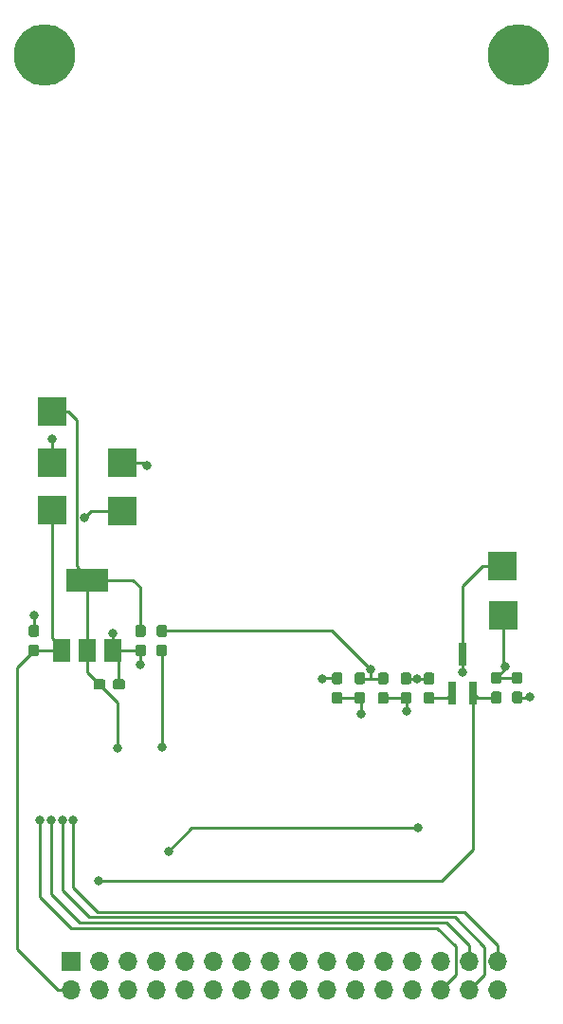
<source format=gbr>
G04 #@! TF.GenerationSoftware,KiCad,Pcbnew,(5.1.4)-1*
G04 #@! TF.CreationDate,2019-11-26T18:47:21+08:00*
G04 #@! TF.ProjectId,TFT8K3548FPC-A1-E-DIP,54465438-4b33-4353-9438-4650432d4131,rev?*
G04 #@! TF.SameCoordinates,Original*
G04 #@! TF.FileFunction,Copper,L2,Bot*
G04 #@! TF.FilePolarity,Positive*
%FSLAX46Y46*%
G04 Gerber Fmt 4.6, Leading zero omitted, Abs format (unit mm)*
G04 Created by KiCad (PCBNEW (5.1.4)-1) date 2019-11-26 18:47:21*
%MOMM*%
%LPD*%
G04 APERTURE LIST*
%ADD10C,5.500000*%
%ADD11O,1.700000X1.700000*%
%ADD12R,1.700000X1.700000*%
%ADD13C,0.100000*%
%ADD14C,0.950000*%
%ADD15R,0.650000X2.000000*%
%ADD16R,2.500000X2.500000*%
%ADD17R,3.800000X2.000000*%
%ADD18R,1.500000X2.000000*%
%ADD19C,0.800000*%
%ADD20C,0.250000*%
G04 APERTURE END LIST*
D10*
X103600000Y-33600000D03*
X146000000Y-33600000D03*
D11*
X144100000Y-117140000D03*
X144100000Y-114600000D03*
X141560000Y-117140000D03*
X141560000Y-114600000D03*
X139020000Y-117140000D03*
X139020000Y-114600000D03*
X136480000Y-117140000D03*
X136480000Y-114600000D03*
X133940000Y-117140000D03*
X133940000Y-114600000D03*
X131400000Y-117140000D03*
X131400000Y-114600000D03*
X128860000Y-117140000D03*
X128860000Y-114600000D03*
X126320000Y-117140000D03*
X126320000Y-114600000D03*
X123780000Y-117140000D03*
X123780000Y-114600000D03*
X121240000Y-117140000D03*
X121240000Y-114600000D03*
X118700000Y-117140000D03*
X118700000Y-114600000D03*
X116160000Y-117140000D03*
X116160000Y-114600000D03*
X113620000Y-117140000D03*
X113620000Y-114600000D03*
X111080000Y-117140000D03*
X111080000Y-114600000D03*
X108540000Y-117140000D03*
X108540000Y-114600000D03*
X106000000Y-117140000D03*
D12*
X106000000Y-114600000D03*
D13*
G36*
X110585779Y-89366144D02*
G01*
X110608834Y-89369563D01*
X110631443Y-89375227D01*
X110653387Y-89383079D01*
X110674457Y-89393044D01*
X110694448Y-89405026D01*
X110713168Y-89418910D01*
X110730438Y-89434562D01*
X110746090Y-89451832D01*
X110759974Y-89470552D01*
X110771956Y-89490543D01*
X110781921Y-89511613D01*
X110789773Y-89533557D01*
X110795437Y-89556166D01*
X110798856Y-89579221D01*
X110800000Y-89602500D01*
X110800000Y-90077500D01*
X110798856Y-90100779D01*
X110795437Y-90123834D01*
X110789773Y-90146443D01*
X110781921Y-90168387D01*
X110771956Y-90189457D01*
X110759974Y-90209448D01*
X110746090Y-90228168D01*
X110730438Y-90245438D01*
X110713168Y-90261090D01*
X110694448Y-90274974D01*
X110674457Y-90286956D01*
X110653387Y-90296921D01*
X110631443Y-90304773D01*
X110608834Y-90310437D01*
X110585779Y-90313856D01*
X110562500Y-90315000D01*
X109987500Y-90315000D01*
X109964221Y-90313856D01*
X109941166Y-90310437D01*
X109918557Y-90304773D01*
X109896613Y-90296921D01*
X109875543Y-90286956D01*
X109855552Y-90274974D01*
X109836832Y-90261090D01*
X109819562Y-90245438D01*
X109803910Y-90228168D01*
X109790026Y-90209448D01*
X109778044Y-90189457D01*
X109768079Y-90168387D01*
X109760227Y-90146443D01*
X109754563Y-90123834D01*
X109751144Y-90100779D01*
X109750000Y-90077500D01*
X109750000Y-89602500D01*
X109751144Y-89579221D01*
X109754563Y-89556166D01*
X109760227Y-89533557D01*
X109768079Y-89511613D01*
X109778044Y-89490543D01*
X109790026Y-89470552D01*
X109803910Y-89451832D01*
X109819562Y-89434562D01*
X109836832Y-89418910D01*
X109855552Y-89405026D01*
X109875543Y-89393044D01*
X109896613Y-89383079D01*
X109918557Y-89375227D01*
X109941166Y-89369563D01*
X109964221Y-89366144D01*
X109987500Y-89365000D01*
X110562500Y-89365000D01*
X110585779Y-89366144D01*
X110585779Y-89366144D01*
G37*
D14*
X110275000Y-89840000D03*
D13*
G36*
X108835779Y-89366144D02*
G01*
X108858834Y-89369563D01*
X108881443Y-89375227D01*
X108903387Y-89383079D01*
X108924457Y-89393044D01*
X108944448Y-89405026D01*
X108963168Y-89418910D01*
X108980438Y-89434562D01*
X108996090Y-89451832D01*
X109009974Y-89470552D01*
X109021956Y-89490543D01*
X109031921Y-89511613D01*
X109039773Y-89533557D01*
X109045437Y-89556166D01*
X109048856Y-89579221D01*
X109050000Y-89602500D01*
X109050000Y-90077500D01*
X109048856Y-90100779D01*
X109045437Y-90123834D01*
X109039773Y-90146443D01*
X109031921Y-90168387D01*
X109021956Y-90189457D01*
X109009974Y-90209448D01*
X108996090Y-90228168D01*
X108980438Y-90245438D01*
X108963168Y-90261090D01*
X108944448Y-90274974D01*
X108924457Y-90286956D01*
X108903387Y-90296921D01*
X108881443Y-90304773D01*
X108858834Y-90310437D01*
X108835779Y-90313856D01*
X108812500Y-90315000D01*
X108237500Y-90315000D01*
X108214221Y-90313856D01*
X108191166Y-90310437D01*
X108168557Y-90304773D01*
X108146613Y-90296921D01*
X108125543Y-90286956D01*
X108105552Y-90274974D01*
X108086832Y-90261090D01*
X108069562Y-90245438D01*
X108053910Y-90228168D01*
X108040026Y-90209448D01*
X108028044Y-90189457D01*
X108018079Y-90168387D01*
X108010227Y-90146443D01*
X108004563Y-90123834D01*
X108001144Y-90100779D01*
X108000000Y-90077500D01*
X108000000Y-89602500D01*
X108001144Y-89579221D01*
X108004563Y-89556166D01*
X108010227Y-89533557D01*
X108018079Y-89511613D01*
X108028044Y-89490543D01*
X108040026Y-89470552D01*
X108053910Y-89451832D01*
X108069562Y-89434562D01*
X108086832Y-89418910D01*
X108105552Y-89405026D01*
X108125543Y-89393044D01*
X108146613Y-89383079D01*
X108168557Y-89375227D01*
X108191166Y-89369563D01*
X108214221Y-89366144D01*
X108237500Y-89365000D01*
X108812500Y-89365000D01*
X108835779Y-89366144D01*
X108835779Y-89366144D01*
G37*
D14*
X108525000Y-89840000D03*
D13*
G36*
X102930779Y-86291144D02*
G01*
X102953834Y-86294563D01*
X102976443Y-86300227D01*
X102998387Y-86308079D01*
X103019457Y-86318044D01*
X103039448Y-86330026D01*
X103058168Y-86343910D01*
X103075438Y-86359562D01*
X103091090Y-86376832D01*
X103104974Y-86395552D01*
X103116956Y-86415543D01*
X103126921Y-86436613D01*
X103134773Y-86458557D01*
X103140437Y-86481166D01*
X103143856Y-86504221D01*
X103145000Y-86527500D01*
X103145000Y-87102500D01*
X103143856Y-87125779D01*
X103140437Y-87148834D01*
X103134773Y-87171443D01*
X103126921Y-87193387D01*
X103116956Y-87214457D01*
X103104974Y-87234448D01*
X103091090Y-87253168D01*
X103075438Y-87270438D01*
X103058168Y-87286090D01*
X103039448Y-87299974D01*
X103019457Y-87311956D01*
X102998387Y-87321921D01*
X102976443Y-87329773D01*
X102953834Y-87335437D01*
X102930779Y-87338856D01*
X102907500Y-87340000D01*
X102432500Y-87340000D01*
X102409221Y-87338856D01*
X102386166Y-87335437D01*
X102363557Y-87329773D01*
X102341613Y-87321921D01*
X102320543Y-87311956D01*
X102300552Y-87299974D01*
X102281832Y-87286090D01*
X102264562Y-87270438D01*
X102248910Y-87253168D01*
X102235026Y-87234448D01*
X102223044Y-87214457D01*
X102213079Y-87193387D01*
X102205227Y-87171443D01*
X102199563Y-87148834D01*
X102196144Y-87125779D01*
X102195000Y-87102500D01*
X102195000Y-86527500D01*
X102196144Y-86504221D01*
X102199563Y-86481166D01*
X102205227Y-86458557D01*
X102213079Y-86436613D01*
X102223044Y-86415543D01*
X102235026Y-86395552D01*
X102248910Y-86376832D01*
X102264562Y-86359562D01*
X102281832Y-86343910D01*
X102300552Y-86330026D01*
X102320543Y-86318044D01*
X102341613Y-86308079D01*
X102363557Y-86300227D01*
X102386166Y-86294563D01*
X102409221Y-86291144D01*
X102432500Y-86290000D01*
X102907500Y-86290000D01*
X102930779Y-86291144D01*
X102930779Y-86291144D01*
G37*
D14*
X102670000Y-86815000D03*
D13*
G36*
X102930779Y-84541144D02*
G01*
X102953834Y-84544563D01*
X102976443Y-84550227D01*
X102998387Y-84558079D01*
X103019457Y-84568044D01*
X103039448Y-84580026D01*
X103058168Y-84593910D01*
X103075438Y-84609562D01*
X103091090Y-84626832D01*
X103104974Y-84645552D01*
X103116956Y-84665543D01*
X103126921Y-84686613D01*
X103134773Y-84708557D01*
X103140437Y-84731166D01*
X103143856Y-84754221D01*
X103145000Y-84777500D01*
X103145000Y-85352500D01*
X103143856Y-85375779D01*
X103140437Y-85398834D01*
X103134773Y-85421443D01*
X103126921Y-85443387D01*
X103116956Y-85464457D01*
X103104974Y-85484448D01*
X103091090Y-85503168D01*
X103075438Y-85520438D01*
X103058168Y-85536090D01*
X103039448Y-85549974D01*
X103019457Y-85561956D01*
X102998387Y-85571921D01*
X102976443Y-85579773D01*
X102953834Y-85585437D01*
X102930779Y-85588856D01*
X102907500Y-85590000D01*
X102432500Y-85590000D01*
X102409221Y-85588856D01*
X102386166Y-85585437D01*
X102363557Y-85579773D01*
X102341613Y-85571921D01*
X102320543Y-85561956D01*
X102300552Y-85549974D01*
X102281832Y-85536090D01*
X102264562Y-85520438D01*
X102248910Y-85503168D01*
X102235026Y-85484448D01*
X102223044Y-85464457D01*
X102213079Y-85443387D01*
X102205227Y-85421443D01*
X102199563Y-85398834D01*
X102196144Y-85375779D01*
X102195000Y-85352500D01*
X102195000Y-84777500D01*
X102196144Y-84754221D01*
X102199563Y-84731166D01*
X102205227Y-84708557D01*
X102213079Y-84686613D01*
X102223044Y-84665543D01*
X102235026Y-84645552D01*
X102248910Y-84626832D01*
X102264562Y-84609562D01*
X102281832Y-84593910D01*
X102300552Y-84580026D01*
X102320543Y-84568044D01*
X102341613Y-84558079D01*
X102363557Y-84550227D01*
X102386166Y-84544563D01*
X102409221Y-84541144D01*
X102432500Y-84540000D01*
X102907500Y-84540000D01*
X102930779Y-84541144D01*
X102930779Y-84541144D01*
G37*
D14*
X102670000Y-85065000D03*
D13*
G36*
X146110779Y-90481144D02*
G01*
X146133834Y-90484563D01*
X146156443Y-90490227D01*
X146178387Y-90498079D01*
X146199457Y-90508044D01*
X146219448Y-90520026D01*
X146238168Y-90533910D01*
X146255438Y-90549562D01*
X146271090Y-90566832D01*
X146284974Y-90585552D01*
X146296956Y-90605543D01*
X146306921Y-90626613D01*
X146314773Y-90648557D01*
X146320437Y-90671166D01*
X146323856Y-90694221D01*
X146325000Y-90717500D01*
X146325000Y-91292500D01*
X146323856Y-91315779D01*
X146320437Y-91338834D01*
X146314773Y-91361443D01*
X146306921Y-91383387D01*
X146296956Y-91404457D01*
X146284974Y-91424448D01*
X146271090Y-91443168D01*
X146255438Y-91460438D01*
X146238168Y-91476090D01*
X146219448Y-91489974D01*
X146199457Y-91501956D01*
X146178387Y-91511921D01*
X146156443Y-91519773D01*
X146133834Y-91525437D01*
X146110779Y-91528856D01*
X146087500Y-91530000D01*
X145612500Y-91530000D01*
X145589221Y-91528856D01*
X145566166Y-91525437D01*
X145543557Y-91519773D01*
X145521613Y-91511921D01*
X145500543Y-91501956D01*
X145480552Y-91489974D01*
X145461832Y-91476090D01*
X145444562Y-91460438D01*
X145428910Y-91443168D01*
X145415026Y-91424448D01*
X145403044Y-91404457D01*
X145393079Y-91383387D01*
X145385227Y-91361443D01*
X145379563Y-91338834D01*
X145376144Y-91315779D01*
X145375000Y-91292500D01*
X145375000Y-90717500D01*
X145376144Y-90694221D01*
X145379563Y-90671166D01*
X145385227Y-90648557D01*
X145393079Y-90626613D01*
X145403044Y-90605543D01*
X145415026Y-90585552D01*
X145428910Y-90566832D01*
X145444562Y-90549562D01*
X145461832Y-90533910D01*
X145480552Y-90520026D01*
X145500543Y-90508044D01*
X145521613Y-90498079D01*
X145543557Y-90490227D01*
X145566166Y-90484563D01*
X145589221Y-90481144D01*
X145612500Y-90480000D01*
X146087500Y-90480000D01*
X146110779Y-90481144D01*
X146110779Y-90481144D01*
G37*
D14*
X145850000Y-91005000D03*
D13*
G36*
X146110779Y-88731144D02*
G01*
X146133834Y-88734563D01*
X146156443Y-88740227D01*
X146178387Y-88748079D01*
X146199457Y-88758044D01*
X146219448Y-88770026D01*
X146238168Y-88783910D01*
X146255438Y-88799562D01*
X146271090Y-88816832D01*
X146284974Y-88835552D01*
X146296956Y-88855543D01*
X146306921Y-88876613D01*
X146314773Y-88898557D01*
X146320437Y-88921166D01*
X146323856Y-88944221D01*
X146325000Y-88967500D01*
X146325000Y-89542500D01*
X146323856Y-89565779D01*
X146320437Y-89588834D01*
X146314773Y-89611443D01*
X146306921Y-89633387D01*
X146296956Y-89654457D01*
X146284974Y-89674448D01*
X146271090Y-89693168D01*
X146255438Y-89710438D01*
X146238168Y-89726090D01*
X146219448Y-89739974D01*
X146199457Y-89751956D01*
X146178387Y-89761921D01*
X146156443Y-89769773D01*
X146133834Y-89775437D01*
X146110779Y-89778856D01*
X146087500Y-89780000D01*
X145612500Y-89780000D01*
X145589221Y-89778856D01*
X145566166Y-89775437D01*
X145543557Y-89769773D01*
X145521613Y-89761921D01*
X145500543Y-89751956D01*
X145480552Y-89739974D01*
X145461832Y-89726090D01*
X145444562Y-89710438D01*
X145428910Y-89693168D01*
X145415026Y-89674448D01*
X145403044Y-89654457D01*
X145393079Y-89633387D01*
X145385227Y-89611443D01*
X145379563Y-89588834D01*
X145376144Y-89565779D01*
X145375000Y-89542500D01*
X145375000Y-88967500D01*
X145376144Y-88944221D01*
X145379563Y-88921166D01*
X145385227Y-88898557D01*
X145393079Y-88876613D01*
X145403044Y-88855543D01*
X145415026Y-88835552D01*
X145428910Y-88816832D01*
X145444562Y-88799562D01*
X145461832Y-88783910D01*
X145480552Y-88770026D01*
X145500543Y-88758044D01*
X145521613Y-88748079D01*
X145543557Y-88740227D01*
X145566166Y-88734563D01*
X145589221Y-88731144D01*
X145612500Y-88730000D01*
X146087500Y-88730000D01*
X146110779Y-88731144D01*
X146110779Y-88731144D01*
G37*
D14*
X145850000Y-89255000D03*
D13*
G36*
X112470779Y-84546144D02*
G01*
X112493834Y-84549563D01*
X112516443Y-84555227D01*
X112538387Y-84563079D01*
X112559457Y-84573044D01*
X112579448Y-84585026D01*
X112598168Y-84598910D01*
X112615438Y-84614562D01*
X112631090Y-84631832D01*
X112644974Y-84650552D01*
X112656956Y-84670543D01*
X112666921Y-84691613D01*
X112674773Y-84713557D01*
X112680437Y-84736166D01*
X112683856Y-84759221D01*
X112685000Y-84782500D01*
X112685000Y-85357500D01*
X112683856Y-85380779D01*
X112680437Y-85403834D01*
X112674773Y-85426443D01*
X112666921Y-85448387D01*
X112656956Y-85469457D01*
X112644974Y-85489448D01*
X112631090Y-85508168D01*
X112615438Y-85525438D01*
X112598168Y-85541090D01*
X112579448Y-85554974D01*
X112559457Y-85566956D01*
X112538387Y-85576921D01*
X112516443Y-85584773D01*
X112493834Y-85590437D01*
X112470779Y-85593856D01*
X112447500Y-85595000D01*
X111972500Y-85595000D01*
X111949221Y-85593856D01*
X111926166Y-85590437D01*
X111903557Y-85584773D01*
X111881613Y-85576921D01*
X111860543Y-85566956D01*
X111840552Y-85554974D01*
X111821832Y-85541090D01*
X111804562Y-85525438D01*
X111788910Y-85508168D01*
X111775026Y-85489448D01*
X111763044Y-85469457D01*
X111753079Y-85448387D01*
X111745227Y-85426443D01*
X111739563Y-85403834D01*
X111736144Y-85380779D01*
X111735000Y-85357500D01*
X111735000Y-84782500D01*
X111736144Y-84759221D01*
X111739563Y-84736166D01*
X111745227Y-84713557D01*
X111753079Y-84691613D01*
X111763044Y-84670543D01*
X111775026Y-84650552D01*
X111788910Y-84631832D01*
X111804562Y-84614562D01*
X111821832Y-84598910D01*
X111840552Y-84585026D01*
X111860543Y-84573044D01*
X111881613Y-84563079D01*
X111903557Y-84555227D01*
X111926166Y-84549563D01*
X111949221Y-84546144D01*
X111972500Y-84545000D01*
X112447500Y-84545000D01*
X112470779Y-84546144D01*
X112470779Y-84546144D01*
G37*
D14*
X112210000Y-85070000D03*
D13*
G36*
X112470779Y-86296144D02*
G01*
X112493834Y-86299563D01*
X112516443Y-86305227D01*
X112538387Y-86313079D01*
X112559457Y-86323044D01*
X112579448Y-86335026D01*
X112598168Y-86348910D01*
X112615438Y-86364562D01*
X112631090Y-86381832D01*
X112644974Y-86400552D01*
X112656956Y-86420543D01*
X112666921Y-86441613D01*
X112674773Y-86463557D01*
X112680437Y-86486166D01*
X112683856Y-86509221D01*
X112685000Y-86532500D01*
X112685000Y-87107500D01*
X112683856Y-87130779D01*
X112680437Y-87153834D01*
X112674773Y-87176443D01*
X112666921Y-87198387D01*
X112656956Y-87219457D01*
X112644974Y-87239448D01*
X112631090Y-87258168D01*
X112615438Y-87275438D01*
X112598168Y-87291090D01*
X112579448Y-87304974D01*
X112559457Y-87316956D01*
X112538387Y-87326921D01*
X112516443Y-87334773D01*
X112493834Y-87340437D01*
X112470779Y-87343856D01*
X112447500Y-87345000D01*
X111972500Y-87345000D01*
X111949221Y-87343856D01*
X111926166Y-87340437D01*
X111903557Y-87334773D01*
X111881613Y-87326921D01*
X111860543Y-87316956D01*
X111840552Y-87304974D01*
X111821832Y-87291090D01*
X111804562Y-87275438D01*
X111788910Y-87258168D01*
X111775026Y-87239448D01*
X111763044Y-87219457D01*
X111753079Y-87198387D01*
X111745227Y-87176443D01*
X111739563Y-87153834D01*
X111736144Y-87130779D01*
X111735000Y-87107500D01*
X111735000Y-86532500D01*
X111736144Y-86509221D01*
X111739563Y-86486166D01*
X111745227Y-86463557D01*
X111753079Y-86441613D01*
X111763044Y-86420543D01*
X111775026Y-86400552D01*
X111788910Y-86381832D01*
X111804562Y-86364562D01*
X111821832Y-86348910D01*
X111840552Y-86335026D01*
X111860543Y-86323044D01*
X111881613Y-86313079D01*
X111903557Y-86305227D01*
X111926166Y-86299563D01*
X111949221Y-86296144D01*
X111972500Y-86295000D01*
X112447500Y-86295000D01*
X112470779Y-86296144D01*
X112470779Y-86296144D01*
G37*
D14*
X112210000Y-86820000D03*
D13*
G36*
X130030779Y-90526144D02*
G01*
X130053834Y-90529563D01*
X130076443Y-90535227D01*
X130098387Y-90543079D01*
X130119457Y-90553044D01*
X130139448Y-90565026D01*
X130158168Y-90578910D01*
X130175438Y-90594562D01*
X130191090Y-90611832D01*
X130204974Y-90630552D01*
X130216956Y-90650543D01*
X130226921Y-90671613D01*
X130234773Y-90693557D01*
X130240437Y-90716166D01*
X130243856Y-90739221D01*
X130245000Y-90762500D01*
X130245000Y-91337500D01*
X130243856Y-91360779D01*
X130240437Y-91383834D01*
X130234773Y-91406443D01*
X130226921Y-91428387D01*
X130216956Y-91449457D01*
X130204974Y-91469448D01*
X130191090Y-91488168D01*
X130175438Y-91505438D01*
X130158168Y-91521090D01*
X130139448Y-91534974D01*
X130119457Y-91546956D01*
X130098387Y-91556921D01*
X130076443Y-91564773D01*
X130053834Y-91570437D01*
X130030779Y-91573856D01*
X130007500Y-91575000D01*
X129532500Y-91575000D01*
X129509221Y-91573856D01*
X129486166Y-91570437D01*
X129463557Y-91564773D01*
X129441613Y-91556921D01*
X129420543Y-91546956D01*
X129400552Y-91534974D01*
X129381832Y-91521090D01*
X129364562Y-91505438D01*
X129348910Y-91488168D01*
X129335026Y-91469448D01*
X129323044Y-91449457D01*
X129313079Y-91428387D01*
X129305227Y-91406443D01*
X129299563Y-91383834D01*
X129296144Y-91360779D01*
X129295000Y-91337500D01*
X129295000Y-90762500D01*
X129296144Y-90739221D01*
X129299563Y-90716166D01*
X129305227Y-90693557D01*
X129313079Y-90671613D01*
X129323044Y-90650543D01*
X129335026Y-90630552D01*
X129348910Y-90611832D01*
X129364562Y-90594562D01*
X129381832Y-90578910D01*
X129400552Y-90565026D01*
X129420543Y-90553044D01*
X129441613Y-90543079D01*
X129463557Y-90535227D01*
X129486166Y-90529563D01*
X129509221Y-90526144D01*
X129532500Y-90525000D01*
X130007500Y-90525000D01*
X130030779Y-90526144D01*
X130030779Y-90526144D01*
G37*
D14*
X129770000Y-91050000D03*
D13*
G36*
X130030779Y-88776144D02*
G01*
X130053834Y-88779563D01*
X130076443Y-88785227D01*
X130098387Y-88793079D01*
X130119457Y-88803044D01*
X130139448Y-88815026D01*
X130158168Y-88828910D01*
X130175438Y-88844562D01*
X130191090Y-88861832D01*
X130204974Y-88880552D01*
X130216956Y-88900543D01*
X130226921Y-88921613D01*
X130234773Y-88943557D01*
X130240437Y-88966166D01*
X130243856Y-88989221D01*
X130245000Y-89012500D01*
X130245000Y-89587500D01*
X130243856Y-89610779D01*
X130240437Y-89633834D01*
X130234773Y-89656443D01*
X130226921Y-89678387D01*
X130216956Y-89699457D01*
X130204974Y-89719448D01*
X130191090Y-89738168D01*
X130175438Y-89755438D01*
X130158168Y-89771090D01*
X130139448Y-89784974D01*
X130119457Y-89796956D01*
X130098387Y-89806921D01*
X130076443Y-89814773D01*
X130053834Y-89820437D01*
X130030779Y-89823856D01*
X130007500Y-89825000D01*
X129532500Y-89825000D01*
X129509221Y-89823856D01*
X129486166Y-89820437D01*
X129463557Y-89814773D01*
X129441613Y-89806921D01*
X129420543Y-89796956D01*
X129400552Y-89784974D01*
X129381832Y-89771090D01*
X129364562Y-89755438D01*
X129348910Y-89738168D01*
X129335026Y-89719448D01*
X129323044Y-89699457D01*
X129313079Y-89678387D01*
X129305227Y-89656443D01*
X129299563Y-89633834D01*
X129296144Y-89610779D01*
X129295000Y-89587500D01*
X129295000Y-89012500D01*
X129296144Y-88989221D01*
X129299563Y-88966166D01*
X129305227Y-88943557D01*
X129313079Y-88921613D01*
X129323044Y-88900543D01*
X129335026Y-88880552D01*
X129348910Y-88861832D01*
X129364562Y-88844562D01*
X129381832Y-88828910D01*
X129400552Y-88815026D01*
X129420543Y-88803044D01*
X129441613Y-88793079D01*
X129463557Y-88785227D01*
X129486166Y-88779563D01*
X129509221Y-88776144D01*
X129532500Y-88775000D01*
X130007500Y-88775000D01*
X130030779Y-88776144D01*
X130030779Y-88776144D01*
G37*
D14*
X129770000Y-89300000D03*
D15*
X141900000Y-90580000D03*
X140000000Y-90580000D03*
X140950000Y-87160000D03*
D13*
G36*
X134130779Y-88786144D02*
G01*
X134153834Y-88789563D01*
X134176443Y-88795227D01*
X134198387Y-88803079D01*
X134219457Y-88813044D01*
X134239448Y-88825026D01*
X134258168Y-88838910D01*
X134275438Y-88854562D01*
X134291090Y-88871832D01*
X134304974Y-88890552D01*
X134316956Y-88910543D01*
X134326921Y-88931613D01*
X134334773Y-88953557D01*
X134340437Y-88976166D01*
X134343856Y-88999221D01*
X134345000Y-89022500D01*
X134345000Y-89597500D01*
X134343856Y-89620779D01*
X134340437Y-89643834D01*
X134334773Y-89666443D01*
X134326921Y-89688387D01*
X134316956Y-89709457D01*
X134304974Y-89729448D01*
X134291090Y-89748168D01*
X134275438Y-89765438D01*
X134258168Y-89781090D01*
X134239448Y-89794974D01*
X134219457Y-89806956D01*
X134198387Y-89816921D01*
X134176443Y-89824773D01*
X134153834Y-89830437D01*
X134130779Y-89833856D01*
X134107500Y-89835000D01*
X133632500Y-89835000D01*
X133609221Y-89833856D01*
X133586166Y-89830437D01*
X133563557Y-89824773D01*
X133541613Y-89816921D01*
X133520543Y-89806956D01*
X133500552Y-89794974D01*
X133481832Y-89781090D01*
X133464562Y-89765438D01*
X133448910Y-89748168D01*
X133435026Y-89729448D01*
X133423044Y-89709457D01*
X133413079Y-89688387D01*
X133405227Y-89666443D01*
X133399563Y-89643834D01*
X133396144Y-89620779D01*
X133395000Y-89597500D01*
X133395000Y-89022500D01*
X133396144Y-88999221D01*
X133399563Y-88976166D01*
X133405227Y-88953557D01*
X133413079Y-88931613D01*
X133423044Y-88910543D01*
X133435026Y-88890552D01*
X133448910Y-88871832D01*
X133464562Y-88854562D01*
X133481832Y-88838910D01*
X133500552Y-88825026D01*
X133520543Y-88813044D01*
X133541613Y-88803079D01*
X133563557Y-88795227D01*
X133586166Y-88789563D01*
X133609221Y-88786144D01*
X133632500Y-88785000D01*
X134107500Y-88785000D01*
X134130779Y-88786144D01*
X134130779Y-88786144D01*
G37*
D14*
X133870000Y-89310000D03*
D13*
G36*
X134130779Y-90536144D02*
G01*
X134153834Y-90539563D01*
X134176443Y-90545227D01*
X134198387Y-90553079D01*
X134219457Y-90563044D01*
X134239448Y-90575026D01*
X134258168Y-90588910D01*
X134275438Y-90604562D01*
X134291090Y-90621832D01*
X134304974Y-90640552D01*
X134316956Y-90660543D01*
X134326921Y-90681613D01*
X134334773Y-90703557D01*
X134340437Y-90726166D01*
X134343856Y-90749221D01*
X134345000Y-90772500D01*
X134345000Y-91347500D01*
X134343856Y-91370779D01*
X134340437Y-91393834D01*
X134334773Y-91416443D01*
X134326921Y-91438387D01*
X134316956Y-91459457D01*
X134304974Y-91479448D01*
X134291090Y-91498168D01*
X134275438Y-91515438D01*
X134258168Y-91531090D01*
X134239448Y-91544974D01*
X134219457Y-91556956D01*
X134198387Y-91566921D01*
X134176443Y-91574773D01*
X134153834Y-91580437D01*
X134130779Y-91583856D01*
X134107500Y-91585000D01*
X133632500Y-91585000D01*
X133609221Y-91583856D01*
X133586166Y-91580437D01*
X133563557Y-91574773D01*
X133541613Y-91566921D01*
X133520543Y-91556956D01*
X133500552Y-91544974D01*
X133481832Y-91531090D01*
X133464562Y-91515438D01*
X133448910Y-91498168D01*
X133435026Y-91479448D01*
X133423044Y-91459457D01*
X133413079Y-91438387D01*
X133405227Y-91416443D01*
X133399563Y-91393834D01*
X133396144Y-91370779D01*
X133395000Y-91347500D01*
X133395000Y-90772500D01*
X133396144Y-90749221D01*
X133399563Y-90726166D01*
X133405227Y-90703557D01*
X133413079Y-90681613D01*
X133423044Y-90660543D01*
X133435026Y-90640552D01*
X133448910Y-90621832D01*
X133464562Y-90604562D01*
X133481832Y-90588910D01*
X133500552Y-90575026D01*
X133520543Y-90563044D01*
X133541613Y-90553079D01*
X133563557Y-90545227D01*
X133586166Y-90539563D01*
X133609221Y-90536144D01*
X133632500Y-90535000D01*
X134107500Y-90535000D01*
X134130779Y-90536144D01*
X134130779Y-90536144D01*
G37*
D14*
X133870000Y-91060000D03*
D13*
G36*
X136180779Y-90536144D02*
G01*
X136203834Y-90539563D01*
X136226443Y-90545227D01*
X136248387Y-90553079D01*
X136269457Y-90563044D01*
X136289448Y-90575026D01*
X136308168Y-90588910D01*
X136325438Y-90604562D01*
X136341090Y-90621832D01*
X136354974Y-90640552D01*
X136366956Y-90660543D01*
X136376921Y-90681613D01*
X136384773Y-90703557D01*
X136390437Y-90726166D01*
X136393856Y-90749221D01*
X136395000Y-90772500D01*
X136395000Y-91347500D01*
X136393856Y-91370779D01*
X136390437Y-91393834D01*
X136384773Y-91416443D01*
X136376921Y-91438387D01*
X136366956Y-91459457D01*
X136354974Y-91479448D01*
X136341090Y-91498168D01*
X136325438Y-91515438D01*
X136308168Y-91531090D01*
X136289448Y-91544974D01*
X136269457Y-91556956D01*
X136248387Y-91566921D01*
X136226443Y-91574773D01*
X136203834Y-91580437D01*
X136180779Y-91583856D01*
X136157500Y-91585000D01*
X135682500Y-91585000D01*
X135659221Y-91583856D01*
X135636166Y-91580437D01*
X135613557Y-91574773D01*
X135591613Y-91566921D01*
X135570543Y-91556956D01*
X135550552Y-91544974D01*
X135531832Y-91531090D01*
X135514562Y-91515438D01*
X135498910Y-91498168D01*
X135485026Y-91479448D01*
X135473044Y-91459457D01*
X135463079Y-91438387D01*
X135455227Y-91416443D01*
X135449563Y-91393834D01*
X135446144Y-91370779D01*
X135445000Y-91347500D01*
X135445000Y-90772500D01*
X135446144Y-90749221D01*
X135449563Y-90726166D01*
X135455227Y-90703557D01*
X135463079Y-90681613D01*
X135473044Y-90660543D01*
X135485026Y-90640552D01*
X135498910Y-90621832D01*
X135514562Y-90604562D01*
X135531832Y-90588910D01*
X135550552Y-90575026D01*
X135570543Y-90563044D01*
X135591613Y-90553079D01*
X135613557Y-90545227D01*
X135636166Y-90539563D01*
X135659221Y-90536144D01*
X135682500Y-90535000D01*
X136157500Y-90535000D01*
X136180779Y-90536144D01*
X136180779Y-90536144D01*
G37*
D14*
X135920000Y-91060000D03*
D13*
G36*
X136180779Y-88786144D02*
G01*
X136203834Y-88789563D01*
X136226443Y-88795227D01*
X136248387Y-88803079D01*
X136269457Y-88813044D01*
X136289448Y-88825026D01*
X136308168Y-88838910D01*
X136325438Y-88854562D01*
X136341090Y-88871832D01*
X136354974Y-88890552D01*
X136366956Y-88910543D01*
X136376921Y-88931613D01*
X136384773Y-88953557D01*
X136390437Y-88976166D01*
X136393856Y-88999221D01*
X136395000Y-89022500D01*
X136395000Y-89597500D01*
X136393856Y-89620779D01*
X136390437Y-89643834D01*
X136384773Y-89666443D01*
X136376921Y-89688387D01*
X136366956Y-89709457D01*
X136354974Y-89729448D01*
X136341090Y-89748168D01*
X136325438Y-89765438D01*
X136308168Y-89781090D01*
X136289448Y-89794974D01*
X136269457Y-89806956D01*
X136248387Y-89816921D01*
X136226443Y-89824773D01*
X136203834Y-89830437D01*
X136180779Y-89833856D01*
X136157500Y-89835000D01*
X135682500Y-89835000D01*
X135659221Y-89833856D01*
X135636166Y-89830437D01*
X135613557Y-89824773D01*
X135591613Y-89816921D01*
X135570543Y-89806956D01*
X135550552Y-89794974D01*
X135531832Y-89781090D01*
X135514562Y-89765438D01*
X135498910Y-89748168D01*
X135485026Y-89729448D01*
X135473044Y-89709457D01*
X135463079Y-89688387D01*
X135455227Y-89666443D01*
X135449563Y-89643834D01*
X135446144Y-89620779D01*
X135445000Y-89597500D01*
X135445000Y-89022500D01*
X135446144Y-88999221D01*
X135449563Y-88976166D01*
X135455227Y-88953557D01*
X135463079Y-88931613D01*
X135473044Y-88910543D01*
X135485026Y-88890552D01*
X135498910Y-88871832D01*
X135514562Y-88854562D01*
X135531832Y-88838910D01*
X135550552Y-88825026D01*
X135570543Y-88813044D01*
X135591613Y-88803079D01*
X135613557Y-88795227D01*
X135636166Y-88789563D01*
X135659221Y-88786144D01*
X135682500Y-88785000D01*
X136157500Y-88785000D01*
X136180779Y-88786144D01*
X136180779Y-88786144D01*
G37*
D14*
X135920000Y-89310000D03*
D13*
G36*
X132060779Y-88776144D02*
G01*
X132083834Y-88779563D01*
X132106443Y-88785227D01*
X132128387Y-88793079D01*
X132149457Y-88803044D01*
X132169448Y-88815026D01*
X132188168Y-88828910D01*
X132205438Y-88844562D01*
X132221090Y-88861832D01*
X132234974Y-88880552D01*
X132246956Y-88900543D01*
X132256921Y-88921613D01*
X132264773Y-88943557D01*
X132270437Y-88966166D01*
X132273856Y-88989221D01*
X132275000Y-89012500D01*
X132275000Y-89587500D01*
X132273856Y-89610779D01*
X132270437Y-89633834D01*
X132264773Y-89656443D01*
X132256921Y-89678387D01*
X132246956Y-89699457D01*
X132234974Y-89719448D01*
X132221090Y-89738168D01*
X132205438Y-89755438D01*
X132188168Y-89771090D01*
X132169448Y-89784974D01*
X132149457Y-89796956D01*
X132128387Y-89806921D01*
X132106443Y-89814773D01*
X132083834Y-89820437D01*
X132060779Y-89823856D01*
X132037500Y-89825000D01*
X131562500Y-89825000D01*
X131539221Y-89823856D01*
X131516166Y-89820437D01*
X131493557Y-89814773D01*
X131471613Y-89806921D01*
X131450543Y-89796956D01*
X131430552Y-89784974D01*
X131411832Y-89771090D01*
X131394562Y-89755438D01*
X131378910Y-89738168D01*
X131365026Y-89719448D01*
X131353044Y-89699457D01*
X131343079Y-89678387D01*
X131335227Y-89656443D01*
X131329563Y-89633834D01*
X131326144Y-89610779D01*
X131325000Y-89587500D01*
X131325000Y-89012500D01*
X131326144Y-88989221D01*
X131329563Y-88966166D01*
X131335227Y-88943557D01*
X131343079Y-88921613D01*
X131353044Y-88900543D01*
X131365026Y-88880552D01*
X131378910Y-88861832D01*
X131394562Y-88844562D01*
X131411832Y-88828910D01*
X131430552Y-88815026D01*
X131450543Y-88803044D01*
X131471613Y-88793079D01*
X131493557Y-88785227D01*
X131516166Y-88779563D01*
X131539221Y-88776144D01*
X131562500Y-88775000D01*
X132037500Y-88775000D01*
X132060779Y-88776144D01*
X132060779Y-88776144D01*
G37*
D14*
X131800000Y-89300000D03*
D13*
G36*
X132060779Y-90526144D02*
G01*
X132083834Y-90529563D01*
X132106443Y-90535227D01*
X132128387Y-90543079D01*
X132149457Y-90553044D01*
X132169448Y-90565026D01*
X132188168Y-90578910D01*
X132205438Y-90594562D01*
X132221090Y-90611832D01*
X132234974Y-90630552D01*
X132246956Y-90650543D01*
X132256921Y-90671613D01*
X132264773Y-90693557D01*
X132270437Y-90716166D01*
X132273856Y-90739221D01*
X132275000Y-90762500D01*
X132275000Y-91337500D01*
X132273856Y-91360779D01*
X132270437Y-91383834D01*
X132264773Y-91406443D01*
X132256921Y-91428387D01*
X132246956Y-91449457D01*
X132234974Y-91469448D01*
X132221090Y-91488168D01*
X132205438Y-91505438D01*
X132188168Y-91521090D01*
X132169448Y-91534974D01*
X132149457Y-91546956D01*
X132128387Y-91556921D01*
X132106443Y-91564773D01*
X132083834Y-91570437D01*
X132060779Y-91573856D01*
X132037500Y-91575000D01*
X131562500Y-91575000D01*
X131539221Y-91573856D01*
X131516166Y-91570437D01*
X131493557Y-91564773D01*
X131471613Y-91556921D01*
X131450543Y-91546956D01*
X131430552Y-91534974D01*
X131411832Y-91521090D01*
X131394562Y-91505438D01*
X131378910Y-91488168D01*
X131365026Y-91469448D01*
X131353044Y-91449457D01*
X131343079Y-91428387D01*
X131335227Y-91406443D01*
X131329563Y-91383834D01*
X131326144Y-91360779D01*
X131325000Y-91337500D01*
X131325000Y-90762500D01*
X131326144Y-90739221D01*
X131329563Y-90716166D01*
X131335227Y-90693557D01*
X131343079Y-90671613D01*
X131353044Y-90650543D01*
X131365026Y-90630552D01*
X131378910Y-90611832D01*
X131394562Y-90594562D01*
X131411832Y-90578910D01*
X131430552Y-90565026D01*
X131450543Y-90553044D01*
X131471613Y-90543079D01*
X131493557Y-90535227D01*
X131516166Y-90529563D01*
X131539221Y-90526144D01*
X131562500Y-90525000D01*
X132037500Y-90525000D01*
X132060779Y-90526144D01*
X132060779Y-90526144D01*
G37*
D14*
X131800000Y-91050000D03*
D13*
G36*
X114360779Y-86296144D02*
G01*
X114383834Y-86299563D01*
X114406443Y-86305227D01*
X114428387Y-86313079D01*
X114449457Y-86323044D01*
X114469448Y-86335026D01*
X114488168Y-86348910D01*
X114505438Y-86364562D01*
X114521090Y-86381832D01*
X114534974Y-86400552D01*
X114546956Y-86420543D01*
X114556921Y-86441613D01*
X114564773Y-86463557D01*
X114570437Y-86486166D01*
X114573856Y-86509221D01*
X114575000Y-86532500D01*
X114575000Y-87107500D01*
X114573856Y-87130779D01*
X114570437Y-87153834D01*
X114564773Y-87176443D01*
X114556921Y-87198387D01*
X114546956Y-87219457D01*
X114534974Y-87239448D01*
X114521090Y-87258168D01*
X114505438Y-87275438D01*
X114488168Y-87291090D01*
X114469448Y-87304974D01*
X114449457Y-87316956D01*
X114428387Y-87326921D01*
X114406443Y-87334773D01*
X114383834Y-87340437D01*
X114360779Y-87343856D01*
X114337500Y-87345000D01*
X113862500Y-87345000D01*
X113839221Y-87343856D01*
X113816166Y-87340437D01*
X113793557Y-87334773D01*
X113771613Y-87326921D01*
X113750543Y-87316956D01*
X113730552Y-87304974D01*
X113711832Y-87291090D01*
X113694562Y-87275438D01*
X113678910Y-87258168D01*
X113665026Y-87239448D01*
X113653044Y-87219457D01*
X113643079Y-87198387D01*
X113635227Y-87176443D01*
X113629563Y-87153834D01*
X113626144Y-87130779D01*
X113625000Y-87107500D01*
X113625000Y-86532500D01*
X113626144Y-86509221D01*
X113629563Y-86486166D01*
X113635227Y-86463557D01*
X113643079Y-86441613D01*
X113653044Y-86420543D01*
X113665026Y-86400552D01*
X113678910Y-86381832D01*
X113694562Y-86364562D01*
X113711832Y-86348910D01*
X113730552Y-86335026D01*
X113750543Y-86323044D01*
X113771613Y-86313079D01*
X113793557Y-86305227D01*
X113816166Y-86299563D01*
X113839221Y-86296144D01*
X113862500Y-86295000D01*
X114337500Y-86295000D01*
X114360779Y-86296144D01*
X114360779Y-86296144D01*
G37*
D14*
X114100000Y-86820000D03*
D13*
G36*
X114360779Y-84546144D02*
G01*
X114383834Y-84549563D01*
X114406443Y-84555227D01*
X114428387Y-84563079D01*
X114449457Y-84573044D01*
X114469448Y-84585026D01*
X114488168Y-84598910D01*
X114505438Y-84614562D01*
X114521090Y-84631832D01*
X114534974Y-84650552D01*
X114546956Y-84670543D01*
X114556921Y-84691613D01*
X114564773Y-84713557D01*
X114570437Y-84736166D01*
X114573856Y-84759221D01*
X114575000Y-84782500D01*
X114575000Y-85357500D01*
X114573856Y-85380779D01*
X114570437Y-85403834D01*
X114564773Y-85426443D01*
X114556921Y-85448387D01*
X114546956Y-85469457D01*
X114534974Y-85489448D01*
X114521090Y-85508168D01*
X114505438Y-85525438D01*
X114488168Y-85541090D01*
X114469448Y-85554974D01*
X114449457Y-85566956D01*
X114428387Y-85576921D01*
X114406443Y-85584773D01*
X114383834Y-85590437D01*
X114360779Y-85593856D01*
X114337500Y-85595000D01*
X113862500Y-85595000D01*
X113839221Y-85593856D01*
X113816166Y-85590437D01*
X113793557Y-85584773D01*
X113771613Y-85576921D01*
X113750543Y-85566956D01*
X113730552Y-85554974D01*
X113711832Y-85541090D01*
X113694562Y-85525438D01*
X113678910Y-85508168D01*
X113665026Y-85489448D01*
X113653044Y-85469457D01*
X113643079Y-85448387D01*
X113635227Y-85426443D01*
X113629563Y-85403834D01*
X113626144Y-85380779D01*
X113625000Y-85357500D01*
X113625000Y-84782500D01*
X113626144Y-84759221D01*
X113629563Y-84736166D01*
X113635227Y-84713557D01*
X113643079Y-84691613D01*
X113653044Y-84670543D01*
X113665026Y-84650552D01*
X113678910Y-84631832D01*
X113694562Y-84614562D01*
X113711832Y-84598910D01*
X113730552Y-84585026D01*
X113750543Y-84573044D01*
X113771613Y-84563079D01*
X113793557Y-84555227D01*
X113816166Y-84549563D01*
X113839221Y-84546144D01*
X113862500Y-84545000D01*
X114337500Y-84545000D01*
X114360779Y-84546144D01*
X114360779Y-84546144D01*
G37*
D14*
X114100000Y-85070000D03*
D13*
G36*
X138230779Y-88786144D02*
G01*
X138253834Y-88789563D01*
X138276443Y-88795227D01*
X138298387Y-88803079D01*
X138319457Y-88813044D01*
X138339448Y-88825026D01*
X138358168Y-88838910D01*
X138375438Y-88854562D01*
X138391090Y-88871832D01*
X138404974Y-88890552D01*
X138416956Y-88910543D01*
X138426921Y-88931613D01*
X138434773Y-88953557D01*
X138440437Y-88976166D01*
X138443856Y-88999221D01*
X138445000Y-89022500D01*
X138445000Y-89597500D01*
X138443856Y-89620779D01*
X138440437Y-89643834D01*
X138434773Y-89666443D01*
X138426921Y-89688387D01*
X138416956Y-89709457D01*
X138404974Y-89729448D01*
X138391090Y-89748168D01*
X138375438Y-89765438D01*
X138358168Y-89781090D01*
X138339448Y-89794974D01*
X138319457Y-89806956D01*
X138298387Y-89816921D01*
X138276443Y-89824773D01*
X138253834Y-89830437D01*
X138230779Y-89833856D01*
X138207500Y-89835000D01*
X137732500Y-89835000D01*
X137709221Y-89833856D01*
X137686166Y-89830437D01*
X137663557Y-89824773D01*
X137641613Y-89816921D01*
X137620543Y-89806956D01*
X137600552Y-89794974D01*
X137581832Y-89781090D01*
X137564562Y-89765438D01*
X137548910Y-89748168D01*
X137535026Y-89729448D01*
X137523044Y-89709457D01*
X137513079Y-89688387D01*
X137505227Y-89666443D01*
X137499563Y-89643834D01*
X137496144Y-89620779D01*
X137495000Y-89597500D01*
X137495000Y-89022500D01*
X137496144Y-88999221D01*
X137499563Y-88976166D01*
X137505227Y-88953557D01*
X137513079Y-88931613D01*
X137523044Y-88910543D01*
X137535026Y-88890552D01*
X137548910Y-88871832D01*
X137564562Y-88854562D01*
X137581832Y-88838910D01*
X137600552Y-88825026D01*
X137620543Y-88813044D01*
X137641613Y-88803079D01*
X137663557Y-88795227D01*
X137686166Y-88789563D01*
X137709221Y-88786144D01*
X137732500Y-88785000D01*
X138207500Y-88785000D01*
X138230779Y-88786144D01*
X138230779Y-88786144D01*
G37*
D14*
X137970000Y-89310000D03*
D13*
G36*
X138230779Y-90536144D02*
G01*
X138253834Y-90539563D01*
X138276443Y-90545227D01*
X138298387Y-90553079D01*
X138319457Y-90563044D01*
X138339448Y-90575026D01*
X138358168Y-90588910D01*
X138375438Y-90604562D01*
X138391090Y-90621832D01*
X138404974Y-90640552D01*
X138416956Y-90660543D01*
X138426921Y-90681613D01*
X138434773Y-90703557D01*
X138440437Y-90726166D01*
X138443856Y-90749221D01*
X138445000Y-90772500D01*
X138445000Y-91347500D01*
X138443856Y-91370779D01*
X138440437Y-91393834D01*
X138434773Y-91416443D01*
X138426921Y-91438387D01*
X138416956Y-91459457D01*
X138404974Y-91479448D01*
X138391090Y-91498168D01*
X138375438Y-91515438D01*
X138358168Y-91531090D01*
X138339448Y-91544974D01*
X138319457Y-91556956D01*
X138298387Y-91566921D01*
X138276443Y-91574773D01*
X138253834Y-91580437D01*
X138230779Y-91583856D01*
X138207500Y-91585000D01*
X137732500Y-91585000D01*
X137709221Y-91583856D01*
X137686166Y-91580437D01*
X137663557Y-91574773D01*
X137641613Y-91566921D01*
X137620543Y-91556956D01*
X137600552Y-91544974D01*
X137581832Y-91531090D01*
X137564562Y-91515438D01*
X137548910Y-91498168D01*
X137535026Y-91479448D01*
X137523044Y-91459457D01*
X137513079Y-91438387D01*
X137505227Y-91416443D01*
X137499563Y-91393834D01*
X137496144Y-91370779D01*
X137495000Y-91347500D01*
X137495000Y-90772500D01*
X137496144Y-90749221D01*
X137499563Y-90726166D01*
X137505227Y-90703557D01*
X137513079Y-90681613D01*
X137523044Y-90660543D01*
X137535026Y-90640552D01*
X137548910Y-90621832D01*
X137564562Y-90604562D01*
X137581832Y-90588910D01*
X137600552Y-90575026D01*
X137620543Y-90563044D01*
X137641613Y-90553079D01*
X137663557Y-90545227D01*
X137686166Y-90539563D01*
X137709221Y-90536144D01*
X137732500Y-90535000D01*
X138207500Y-90535000D01*
X138230779Y-90536144D01*
X138230779Y-90536144D01*
G37*
D14*
X137970000Y-91060000D03*
D13*
G36*
X144240779Y-88736144D02*
G01*
X144263834Y-88739563D01*
X144286443Y-88745227D01*
X144308387Y-88753079D01*
X144329457Y-88763044D01*
X144349448Y-88775026D01*
X144368168Y-88788910D01*
X144385438Y-88804562D01*
X144401090Y-88821832D01*
X144414974Y-88840552D01*
X144426956Y-88860543D01*
X144436921Y-88881613D01*
X144444773Y-88903557D01*
X144450437Y-88926166D01*
X144453856Y-88949221D01*
X144455000Y-88972500D01*
X144455000Y-89547500D01*
X144453856Y-89570779D01*
X144450437Y-89593834D01*
X144444773Y-89616443D01*
X144436921Y-89638387D01*
X144426956Y-89659457D01*
X144414974Y-89679448D01*
X144401090Y-89698168D01*
X144385438Y-89715438D01*
X144368168Y-89731090D01*
X144349448Y-89744974D01*
X144329457Y-89756956D01*
X144308387Y-89766921D01*
X144286443Y-89774773D01*
X144263834Y-89780437D01*
X144240779Y-89783856D01*
X144217500Y-89785000D01*
X143742500Y-89785000D01*
X143719221Y-89783856D01*
X143696166Y-89780437D01*
X143673557Y-89774773D01*
X143651613Y-89766921D01*
X143630543Y-89756956D01*
X143610552Y-89744974D01*
X143591832Y-89731090D01*
X143574562Y-89715438D01*
X143558910Y-89698168D01*
X143545026Y-89679448D01*
X143533044Y-89659457D01*
X143523079Y-89638387D01*
X143515227Y-89616443D01*
X143509563Y-89593834D01*
X143506144Y-89570779D01*
X143505000Y-89547500D01*
X143505000Y-88972500D01*
X143506144Y-88949221D01*
X143509563Y-88926166D01*
X143515227Y-88903557D01*
X143523079Y-88881613D01*
X143533044Y-88860543D01*
X143545026Y-88840552D01*
X143558910Y-88821832D01*
X143574562Y-88804562D01*
X143591832Y-88788910D01*
X143610552Y-88775026D01*
X143630543Y-88763044D01*
X143651613Y-88753079D01*
X143673557Y-88745227D01*
X143696166Y-88739563D01*
X143719221Y-88736144D01*
X143742500Y-88735000D01*
X144217500Y-88735000D01*
X144240779Y-88736144D01*
X144240779Y-88736144D01*
G37*
D14*
X143980000Y-89260000D03*
D13*
G36*
X144240779Y-90486144D02*
G01*
X144263834Y-90489563D01*
X144286443Y-90495227D01*
X144308387Y-90503079D01*
X144329457Y-90513044D01*
X144349448Y-90525026D01*
X144368168Y-90538910D01*
X144385438Y-90554562D01*
X144401090Y-90571832D01*
X144414974Y-90590552D01*
X144426956Y-90610543D01*
X144436921Y-90631613D01*
X144444773Y-90653557D01*
X144450437Y-90676166D01*
X144453856Y-90699221D01*
X144455000Y-90722500D01*
X144455000Y-91297500D01*
X144453856Y-91320779D01*
X144450437Y-91343834D01*
X144444773Y-91366443D01*
X144436921Y-91388387D01*
X144426956Y-91409457D01*
X144414974Y-91429448D01*
X144401090Y-91448168D01*
X144385438Y-91465438D01*
X144368168Y-91481090D01*
X144349448Y-91494974D01*
X144329457Y-91506956D01*
X144308387Y-91516921D01*
X144286443Y-91524773D01*
X144263834Y-91530437D01*
X144240779Y-91533856D01*
X144217500Y-91535000D01*
X143742500Y-91535000D01*
X143719221Y-91533856D01*
X143696166Y-91530437D01*
X143673557Y-91524773D01*
X143651613Y-91516921D01*
X143630543Y-91506956D01*
X143610552Y-91494974D01*
X143591832Y-91481090D01*
X143574562Y-91465438D01*
X143558910Y-91448168D01*
X143545026Y-91429448D01*
X143533044Y-91409457D01*
X143523079Y-91388387D01*
X143515227Y-91366443D01*
X143509563Y-91343834D01*
X143506144Y-91320779D01*
X143505000Y-91297500D01*
X143505000Y-90722500D01*
X143506144Y-90699221D01*
X143509563Y-90676166D01*
X143515227Y-90653557D01*
X143523079Y-90631613D01*
X143533044Y-90610543D01*
X143545026Y-90590552D01*
X143558910Y-90571832D01*
X143574562Y-90554562D01*
X143591832Y-90538910D01*
X143610552Y-90525026D01*
X143630543Y-90513044D01*
X143651613Y-90503079D01*
X143673557Y-90495227D01*
X143696166Y-90489563D01*
X143719221Y-90486144D01*
X143742500Y-90485000D01*
X144217500Y-90485000D01*
X144240779Y-90486144D01*
X144240779Y-90486144D01*
G37*
D14*
X143980000Y-91010000D03*
D16*
X110590000Y-70070000D03*
X110590000Y-74360000D03*
X144630000Y-83710000D03*
X144520000Y-79260000D03*
X104340000Y-74320000D03*
X104270000Y-65500000D03*
X104340000Y-70020000D03*
D17*
X107460000Y-80510000D03*
D18*
X107460000Y-86810000D03*
X105160000Y-86810000D03*
X109760000Y-86810000D03*
D19*
X146940000Y-91000000D03*
X128410000Y-89310000D03*
X136920000Y-89310000D03*
X109750000Y-85310000D03*
X112210000Y-88040000D03*
X104340000Y-67890000D03*
X102670000Y-83660000D03*
X132730000Y-88530000D03*
X144820000Y-88250000D03*
X110190000Y-95530000D03*
X114710000Y-104760000D03*
X137010000Y-102680000D03*
X131880000Y-92510000D03*
X103200000Y-102000000D03*
X104200000Y-102000000D03*
X105200000Y-102000000D03*
X106200000Y-102000000D03*
X107200000Y-74980000D03*
X112780000Y-70320000D03*
X114130000Y-95460000D03*
X135950000Y-92250000D03*
X140940000Y-88730000D03*
X108480000Y-107410000D03*
D20*
X109770000Y-86820000D02*
X109760000Y-86810000D01*
X112210000Y-86820000D02*
X109770000Y-86820000D01*
X145850000Y-91005000D02*
X146935000Y-91005000D01*
X146935000Y-91005000D02*
X146940000Y-91000000D01*
X129770000Y-89300000D02*
X128420000Y-89300000D01*
X128420000Y-89300000D02*
X128410000Y-89310000D01*
X136920000Y-89310000D02*
X137970000Y-89310000D01*
X135920000Y-89310000D02*
X136920000Y-89310000D01*
X109760000Y-86810000D02*
X109760000Y-85320000D01*
X109760000Y-85320000D02*
X109750000Y-85310000D01*
X110275000Y-87325000D02*
X109760000Y-86810000D01*
X110275000Y-89840000D02*
X110275000Y-87325000D01*
X112210000Y-86820000D02*
X112210000Y-88040000D01*
X104340000Y-70020000D02*
X104340000Y-67890000D01*
X102670000Y-85065000D02*
X102670000Y-83660000D01*
X112210000Y-85070000D02*
X112210000Y-81180000D01*
X111540000Y-80510000D02*
X107460000Y-80510000D01*
X112210000Y-81180000D02*
X111540000Y-80510000D01*
X145845000Y-89260000D02*
X145850000Y-89255000D01*
X143980000Y-89260000D02*
X145845000Y-89260000D01*
X131810000Y-89310000D02*
X131800000Y-89300000D01*
X132720000Y-88540000D02*
X132730000Y-88530000D01*
X132720000Y-89310000D02*
X132720000Y-88540000D01*
X132720000Y-89310000D02*
X131810000Y-89310000D01*
X133870000Y-89310000D02*
X132720000Y-89310000D01*
X144820000Y-88420000D02*
X143980000Y-89260000D01*
X144820000Y-88250000D02*
X144820000Y-88420000D01*
X107460000Y-86810000D02*
X107460000Y-80510000D01*
X108525000Y-89840000D02*
X107450000Y-88765000D01*
X107460000Y-88755000D02*
X107460000Y-86810000D01*
X107450000Y-88765000D02*
X107460000Y-88755000D01*
X110190000Y-91505000D02*
X108525000Y-89840000D01*
X110190000Y-95530000D02*
X110190000Y-91505000D01*
X144630000Y-88060000D02*
X144820000Y-88250000D01*
X144630000Y-83710000D02*
X144630000Y-88060000D01*
X106474999Y-66204999D02*
X106474999Y-77964999D01*
X104270000Y-65500000D02*
X105770000Y-65500000D01*
X105770000Y-65500000D02*
X106474999Y-66204999D01*
X106474999Y-77964999D02*
X106480000Y-77970000D01*
X106480000Y-77970000D02*
X106480000Y-79300000D01*
X107460000Y-80280000D02*
X106480000Y-79300000D01*
X107460000Y-80510000D02*
X107460000Y-80280000D01*
X129270000Y-85070000D02*
X132730000Y-88530000D01*
X114100000Y-85070000D02*
X129270000Y-85070000D01*
X105155000Y-86815000D02*
X105160000Y-86810000D01*
X102670000Y-86815000D02*
X105155000Y-86815000D01*
X104797919Y-117140000D02*
X101160000Y-113502081D01*
X106000000Y-117140000D02*
X104797919Y-117140000D01*
X101160000Y-88325000D02*
X102670000Y-86815000D01*
X101160000Y-113502081D02*
X101160000Y-88325000D01*
X105160000Y-86560000D02*
X104310000Y-85710000D01*
X105160000Y-86810000D02*
X105160000Y-86560000D01*
X104340000Y-85680000D02*
X104340000Y-74320000D01*
X104310000Y-85710000D02*
X104340000Y-85680000D01*
X114710000Y-104760000D02*
X116790000Y-102680000D01*
X116790000Y-102680000D02*
X137010000Y-102680000D01*
X129770000Y-91050000D02*
X131800000Y-91050000D01*
X131880000Y-91130000D02*
X131800000Y-91050000D01*
X131880000Y-92510000D02*
X131880000Y-91130000D01*
X106000000Y-111600000D02*
X135600000Y-111600000D01*
X103200000Y-108800000D02*
X106000000Y-111600000D01*
X103200000Y-102000000D02*
X103200000Y-108800000D01*
X138720000Y-111600000D02*
X135600000Y-111600000D01*
X140384999Y-113264999D02*
X138720000Y-111600000D01*
X140384999Y-115775001D02*
X140384999Y-113264999D01*
X139020000Y-117140000D02*
X140384999Y-115775001D01*
X104200000Y-102000000D02*
X104200000Y-108600000D01*
X104200000Y-108600000D02*
X106749990Y-111149990D01*
X106749990Y-111149990D02*
X135786400Y-111149990D01*
X135786400Y-111149990D02*
X139559990Y-111149990D01*
X141560000Y-113150000D02*
X141560000Y-114600000D01*
X139559990Y-111149990D02*
X141560000Y-113150000D01*
X107600000Y-110600000D02*
X136600000Y-110600000D01*
X105200000Y-108200000D02*
X107600000Y-110600000D01*
X105200000Y-102000000D02*
X105200000Y-108200000D01*
X136600000Y-110600000D02*
X140250000Y-110600000D01*
X142409999Y-116290001D02*
X141560000Y-117140000D01*
X142924999Y-115775001D02*
X142409999Y-116290001D01*
X142924999Y-113274999D02*
X142924999Y-115775001D01*
X140250000Y-110600000D02*
X142924999Y-113274999D01*
X106200000Y-108000000D02*
X108349990Y-110149990D01*
X106200000Y-102000000D02*
X106200000Y-108000000D01*
X137279990Y-110149990D02*
X141139990Y-110149990D01*
X108349990Y-110149990D02*
X137279990Y-110149990D01*
X144100000Y-113110000D02*
X144100000Y-114600000D01*
X141139990Y-110149990D02*
X144100000Y-113110000D01*
X107820000Y-74360000D02*
X107200000Y-74980000D01*
X110590000Y-74360000D02*
X107820000Y-74360000D01*
X112530000Y-70070000D02*
X112780000Y-70320000D01*
X110590000Y-70070000D02*
X112530000Y-70070000D01*
X114100000Y-86820000D02*
X114100000Y-95430000D01*
X114100000Y-95430000D02*
X114130000Y-95460000D01*
X133870000Y-91060000D02*
X135920000Y-91060000D01*
X135950000Y-91090000D02*
X135920000Y-91060000D01*
X135950000Y-92250000D02*
X135950000Y-91090000D01*
X140950000Y-87160000D02*
X140950000Y-88720000D01*
X140950000Y-88720000D02*
X140940000Y-88730000D01*
X140950000Y-87160000D02*
X140950000Y-81050000D01*
X142740000Y-79260000D02*
X144520000Y-79260000D01*
X140950000Y-81050000D02*
X142740000Y-79260000D01*
X142330000Y-91010000D02*
X141900000Y-90580000D01*
X143980000Y-91010000D02*
X142330000Y-91010000D01*
X141900000Y-90580000D02*
X141900000Y-104610000D01*
X141900000Y-104610000D02*
X139100000Y-107410000D01*
X139100000Y-107410000D02*
X108480000Y-107410000D01*
X139520000Y-91060000D02*
X140000000Y-90580000D01*
X137970000Y-91060000D02*
X139520000Y-91060000D01*
M02*

</source>
